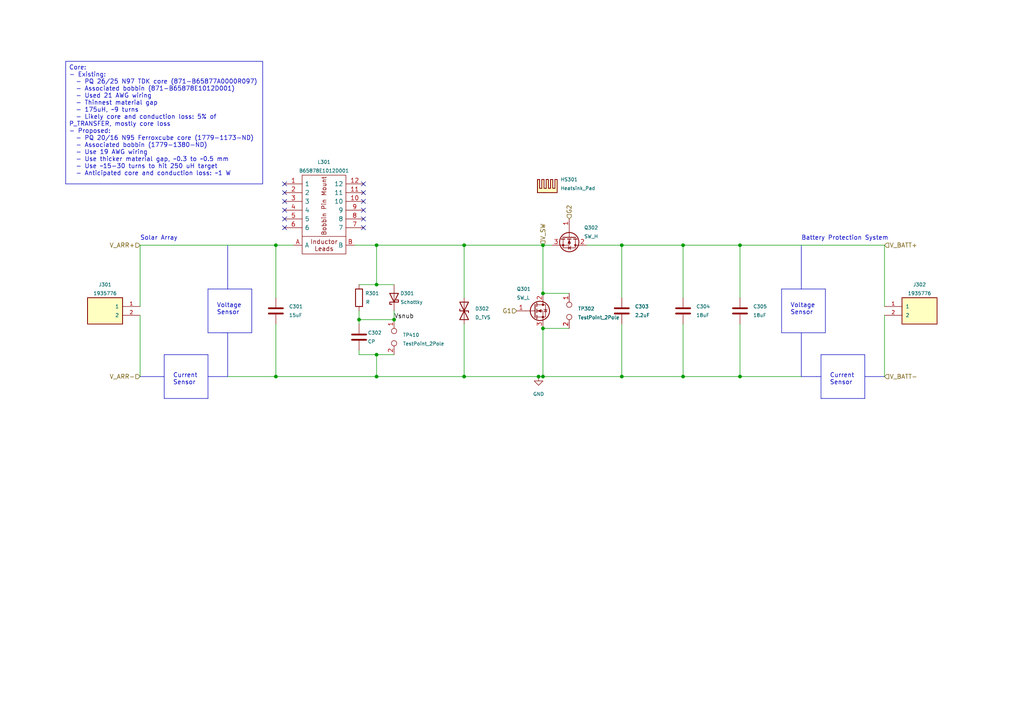
<source format=kicad_sch>
(kicad_sch (version 20230121) (generator eeschema)
  (paper "A4")
  (title_block (title "Sunscatter MPPT") (date "2023-04-18") (rev "v0.1.1rc") (company "UT LHR Solar") (comment 1 "Matthew Yu") (comment 2 "Jacob Pustilnik"))
  (lib_symbols
    (symbol "1935776:1935776" (pin_names (offset 1.016))
      (property "Reference" "J" (at 16.51 7.62 0))
      (property "Value" "1935776" (at 16.51 5.08 0))
      (symbol "1935776_0_0"
        (rectangle (start 5.08 -5.08) (end 15.24 2.54) (stroke (width 0.254)) (fill (type background)))
        (pin bidirectional line (at 0 0 0) (length 5.08) (name "1") (number "1"))
        (pin bidirectional line (at 0 -2.54 0) (length 5.08) (name "2") (number "2"))
      )
    )
    (symbol "B65878E1012D001:B65878E1012D001" (pin_names (offset 0.762))
      (property "Reference" "L" (at 19.05 7.62 0))
      (property "Value" "B65878E1012D001" (at 19.05 5.08 0))
      (symbol "B65878E1012D001_0_0"
        (pin passive line (at 0 0 0) (length 5.08) (name "1") (number "1"))
        (pin passive line (at 22.86 -5.08 180) (length 5.08) (name "10") (number "10"))
        (pin passive line (at 22.86 -2.54 180) (length 5.08) (name "11") (number "11"))
        (pin passive line (at 22.86 0 180) (length 5.08) (name "12") (number "12"))
        (pin passive line (at 0 -2.54 0) (length 5.08) (name "2") (number "2"))
        (pin passive line (at 0 -5.08 0) (length 5.08) (name "3") (number "3"))
        (pin passive line (at 0 -7.62 0) (length 5.08) (name "4") (number "4"))
        (pin passive line (at 0 -10.16 0) (length 5.08) (name "5") (number "5"))
        (pin passive line (at 0 -12.7 0) (length 5.08) (name "6") (number "6"))
        (pin passive line (at 22.86 -12.7 180) (length 5.08) (name "7") (number "7"))
        (pin passive line (at 22.86 -10.16 180) (length 5.08) (name "8") (number "8"))
        (pin passive line (at 22.86 -7.62 180) (length 5.08) (name "9") (number "9"))
      )
      (symbol "B65878E1012D001_0_1"
        (polyline (pts (xy 5.08 -15.24) (xy 17.78 -15.24)))
        (polyline (pts (xy 5.08 2.54) (xy 17.78 2.54) (xy 17.78 -20.32) (xy 5.08 -20.32) (xy 5.08 2.54)) (stroke (width 0.1524)))
        (text "Bobbin Pin Mount" (at 11.43 -6.35 900) (effects (font (size 1.27 1.27))))
        (text "Inductor\nLeads" (at 11.43 -17.78 0) (effects (font (size 1.27 1.27))))
      )
      (symbol "B65878E1012D001_1_1"
        (pin input line (at 2.54 -17.78 0) (length 2.54) (name "A") (number "A"))
        (pin input line (at 20.32 -17.78 180) (length 2.54) (name "B") (number "B"))
      )
    )
    (symbol "Connector:TestPoint_2Pole" (pin_names (offset 0.762) hide)
      (property "Reference" "TP" (at 0 1.524 0))
      (property "Value" "TestPoint_2Pole" (at 0 -1.778 0))
      (symbol "TestPoint_2Pole_0_1"
        (circle (center -1.778 0) (radius 0.762))
        (circle (center 1.778 0) (radius 0.762))
        (pin passive line (at -5.08 0 0) (length 2.54) (name "1") (number "1"))
        (pin passive line (at 5.08 0 180) (length 2.54) (name "2") (number "2"))
      )
    )
    (symbol "Device:C" (pin_numbers hide) (pin_names (offset 0.254))
      (property "Reference" "C" (at 0.635 2.54 0))
      (property "Value" "C" (at 0.635 -2.54 0))
      (symbol "C_0_1"
        (polyline (pts (xy -2.032 -0.762) (xy 2.032 -0.762)) (stroke (width 0.508)))
        (polyline (pts (xy -2.032 0.762) (xy 2.032 0.762)) (stroke (width 0.508)))
      )
      (symbol "C_1_1"
        (pin passive line (at 0 3.81 270) (length 2.794) (name "~") (number "1"))
        (pin passive line (at 0 -3.81 90) (length 2.794) (name "~") (number "2"))
      )
    )
    (symbol "Device:D_Schottky" (pin_numbers hide) (pin_names (offset 1.016) hide)
      (property "Reference" "D" (at 0 2.54 0))
      (property "Value" "D_Schottky" (at 0 -2.54 0))
      (symbol "D_Schottky_0_1"
        (polyline (pts (xy 1.27 0) (xy -1.27 0)))
        (polyline (pts (xy 1.27 1.27) (xy 1.27 -1.27) (xy -1.27 0) (xy 1.27 1.27)) (stroke (width 0.254)))
        (polyline (pts (xy -1.905 0.635) (xy -1.905 1.27) (xy -1.27 1.27) (xy -1.27 -1.27) (xy -0.635 -1.27) (xy -0.635 -0.635)) (stroke (width 0.254)))
      )
      (symbol "D_Schottky_1_1"
        (pin passive line (at -3.81 0 0) (length 2.54) (name "K") (number "1"))
        (pin passive line (at 3.81 0 180) (length 2.54) (name "A") (number "2"))
      )
    )
    (symbol "Device:D_TVS" (pin_numbers hide) (pin_names (offset 1.016) hide)
      (property "Reference" "D" (at 0 2.54 0))
      (property "Value" "D_TVS" (at 0 -2.54 0))
      (symbol "D_TVS_0_1"
        (polyline (pts (xy 1.27 0) (xy -1.27 0)))
        (polyline (pts (xy 0.508 1.27) (xy 0 1.27) (xy 0 -1.27) (xy -0.508 -1.27)) (stroke (width 0.254)))
        (polyline (pts (xy -2.54 1.27) (xy -2.54 -1.27) (xy 2.54 1.27) (xy 2.54 -1.27) (xy -2.54 1.27)) (stroke (width 0.254)))
      )
      (symbol "D_TVS_1_1"
        (pin passive line (at -3.81 0 0) (length 2.54) (name "A1") (number "1"))
        (pin passive line (at 3.81 0 180) (length 2.54) (name "A2") (number "2"))
      )
    )
    (symbol "Device:Q_NMOS_GDS" (pin_names (offset 0) hide)
      (property "Reference" "Q" (at 5.08 1.27 0))
      (property "Value" "Q_NMOS_GDS" (at 5.08 -1.27 0))
      (symbol "Q_NMOS_GDS_0_1"
        (polyline (pts (xy 0.254 0) (xy -2.54 0)))
        (polyline (pts (xy 0.254 1.905) (xy 0.254 -1.905)) (stroke (width 0.254)))
        (polyline (pts (xy 0.762 -1.27) (xy 0.762 -2.286)) (stroke (width 0.254)))
        (polyline (pts (xy 0.762 0.508) (xy 0.762 -0.508)) (stroke (width 0.254)))
        (polyline (pts (xy 0.762 2.286) (xy 0.762 1.27)) (stroke (width 0.254)))
        (polyline (pts (xy 2.54 2.54) (xy 2.54 1.778)))
        (polyline (pts (xy 2.54 -2.54) (xy 2.54 0) (xy 0.762 0)))
        (polyline (pts (xy 0.762 -1.778) (xy 3.302 -1.778) (xy 3.302 1.778) (xy 0.762 1.778)))
        (polyline (pts (xy 1.016 0) (xy 2.032 0.381) (xy 2.032 -0.381) (xy 1.016 0)) (fill (type outline)))
        (polyline (pts (xy 2.794 0.508) (xy 2.921 0.381) (xy 3.683 0.381) (xy 3.81 0.254)))
        (polyline (pts (xy 3.302 0.381) (xy 2.921 -0.254) (xy 3.683 -0.254) (xy 3.302 0.381)))
        (circle (center 1.651 0) (radius 2.794) (stroke (width 0.254)))
        (circle (center 2.54 -1.778) (radius 0.254) (fill (type outline)))
        (circle (center 2.54 1.778) (radius 0.254) (fill (type outline)))
      )
      (symbol "Q_NMOS_GDS_1_1"
        (pin input line (at -5.08 0 0) (length 2.54) (name "G") (number "1"))
        (pin passive line (at 2.54 5.08 270) (length 2.54) (name "D") (number "2"))
        (pin passive line (at 2.54 -5.08 90) (length 2.54) (name "S") (number "3"))
      )
    )
    (symbol "Device:R" (pin_numbers hide) (pin_names (offset 0))
      (property "Reference" "R" (at 2.032 0 90))
      (property "Value" "R" (at 0 0 90))
      (symbol "R_0_1"
        (rectangle (start -1.016 -2.54) (end 1.016 2.54) (stroke (width 0.254)))
      )
      (symbol "R_1_1"
        (pin passive line (at 0 3.81 270) (length 1.27) (name "~") (number "1"))
        (pin passive line (at 0 -3.81 90) (length 1.27) (name "~") (number "2"))
      )
    )
    (symbol "Mechanical:Heatsink" (pin_names (offset 1.016))
      (property "Reference" "HS" (at 0 5.08 0))
      (property "Value" "Heatsink" (at 0 -1.27 0))
      (symbol "Heatsink_0_1"
        (polyline (pts (xy -0.3302 1.27) (xy -0.9652 1.27) (xy -0.9652 3.81) (xy -1.6002 3.81) (xy -1.6002 1.27) (xy -2.2352 1.27) (xy -2.2352 3.81) (xy -2.8702 3.81) (xy -2.8702 0) (xy -0.9652 0)) (stroke (width 0.254)) (fill (type background)))
        (polyline (pts (xy -0.3302 1.27) (xy -0.3302 3.81) (xy 0.3048 3.81) (xy 0.3048 1.27) (xy 0.9398 1.27) (xy 0.9398 3.81) (xy 1.5748 3.81) (xy 1.5748 1.27) (xy 2.2098 1.27) (xy 2.2098 3.81) (xy 2.8448 3.81) (xy 2.8448 0) (xy -0.9652 0)) (stroke (width 0.254)) (fill (type background)))
      )
    )
    (symbol "power:GND" (power) (pin_names (offset 0))
      (property "Value" "GND" (at 0 -3.81 0))
      (symbol "GND_0_1"
        (polyline (pts (xy 0 0) (xy 0 -1.27) (xy 1.27 -1.27) (xy 0 -2.54) (xy -1.27 -1.27) (xy 0 -1.27)))
      )
      (symbol "GND_1_1"
        (pin power_in line (at 0 0 270) (length 0) hide (name "GND") (number "1"))
      )
    )
  )
  (junction (at 109.22 102.87))
  (junction (at 214.63 71.12))
  (junction (at 157.48 71.12))
  (junction (at 109.22 71.12))
  (junction (at 114.3 92.71))
  (junction (at 214.63 109.22))
  (junction (at 109.22 82.55))
  (junction (at 109.22 109.22))
  (junction (at 80.01 109.22))
  (junction (at 134.62 109.22))
  (junction (at 104.14 92.71))
  (junction (at 134.62 71.12))
  (junction (at 198.12 71.12))
  (junction (at 157.48 85.09))
  (junction (at 180.34 71.12))
  (junction (at 80.01 71.12))
  (junction (at 180.34 109.22))
  (junction (at 198.12 109.22))
  (junction (at 156.21 109.22))
  (junction (at 157.48 95.25))
  (junction (at 157.48 109.22))
  (no_connect (at 82.55 63.5))
  (no_connect (at 105.41 63.5))
  (no_connect (at 82.55 60.96))
  (no_connect (at 105.41 53.34))
  (no_connect (at 105.41 58.42))
  (no_connect (at 82.55 53.34))
  (no_connect (at 82.55 58.42))
  (no_connect (at 105.41 66.04))
  (no_connect (at 82.55 55.88))
  (no_connect (at 105.41 60.96))
  (no_connect (at 105.41 55.88))
  (no_connect (at 82.55 66.04))
  (wire (pts (xy 134.62 93.98) (xy 134.62 109.22)))
  (wire (pts (xy 134.62 71.12) (xy 157.48 71.12)))
  (polyline (pts (xy 66.04 71.12) (xy 66.04 83.82)))
  (wire (pts (xy 134.62 71.12) (xy 134.62 86.36)))
  (polyline (pts (xy 60.325 83.82) (xy 73.025 83.82)))
  (polyline (pts (xy 232.41 109.22) (xy 236.855 109.22)))
  (wire (pts (xy 104.14 92.71) (xy 104.14 93.98)))
  (wire (pts (xy 157.48 85.09) (xy 165.1 85.09)))
  (wire (pts (xy 40.64 91.44) (xy 40.64 109.22)))
  (polyline (pts (xy 250.825 115.57) (xy 238.125 115.57)))
  (polyline (pts (xy 60.325 102.87) (xy 60.325 115.57)))
  (wire (pts (xy 157.48 95.25) (xy 157.48 109.22)))
  (polyline (pts (xy 66.04 96.52) (xy 64.135 96.52)))
  (wire (pts (xy 180.34 71.12) (xy 198.12 71.12)))
  (wire (pts (xy 214.63 93.98) (xy 214.63 109.22)))
  (wire (pts (xy 198.12 93.98) (xy 198.12 109.22)))
  (polyline (pts (xy 236.855 109.22) (xy 238.125 109.22)))
  (polyline (pts (xy 238.125 102.87) (xy 250.825 102.87)))
  (wire (pts (xy 80.01 86.36) (xy 80.01 71.12)))
  (wire (pts (xy 214.63 71.12) (xy 214.63 86.36)))
  (wire (pts (xy 104.14 102.87) (xy 104.14 101.6)))
  (wire (pts (xy 214.63 71.12) (xy 256.54 71.12)))
  (polyline (pts (xy 232.41 96.52) (xy 232.41 109.22)))
  (wire (pts (xy 109.22 71.12) (xy 109.22 82.55)))
  (polyline (pts (xy 47.625 102.87) (xy 60.325 102.87)))
  (wire (pts (xy 198.12 71.12) (xy 214.63 71.12)))
  (wire (pts (xy 109.22 71.12) (xy 134.62 71.12)))
  (wire (pts (xy 156.21 109.22) (xy 157.48 109.22)))
  (wire (pts (xy 180.34 109.22) (xy 198.12 109.22)))
  (wire (pts (xy 102.87 71.12) (xy 109.22 71.12)))
  (wire (pts (xy 109.22 102.87) (xy 114.3 102.87)))
  (polyline (pts (xy 60.325 109.22) (xy 66.04 109.22)))
  (wire (pts (xy 80.01 71.12) (xy 85.09 71.12)))
  (wire (pts (xy 134.62 109.22) (xy 156.21 109.22)))
  (polyline (pts (xy 238.125 102.87) (xy 238.125 115.57)))
  (wire (pts (xy 214.63 109.22) (xy 232.41 109.22)))
  (wire (pts (xy 80.01 109.22) (xy 80.01 93.98)))
  (wire (pts (xy 104.14 90.17) (xy 104.14 92.71)))
  (wire (pts (xy 40.64 71.12) (xy 80.01 71.12)))
  (wire (pts (xy 157.48 109.22) (xy 180.34 109.22)))
  (wire (pts (xy 80.01 109.22) (xy 109.22 109.22)))
  (wire (pts (xy 104.14 82.55) (xy 109.22 82.55)))
  (polyline (pts (xy 73.025 83.82) (xy 73.025 96.52)))
  (wire (pts (xy 198.12 71.12) (xy 198.12 86.36)))
  (polyline (pts (xy 40.64 109.22) (xy 47.625 109.22)))
  (polyline (pts (xy 239.395 83.82) (xy 239.395 96.52)))
  (polyline (pts (xy 60.325 83.82) (xy 60.325 96.52)))
  (wire (pts (xy 180.34 93.98) (xy 180.34 109.22)))
  (wire (pts (xy 109.22 82.55) (xy 114.3 82.55)))
  (polyline (pts (xy 250.825 102.87) (xy 250.825 115.57)))
  (wire (pts (xy 256.54 91.44) (xy 256.54 109.22)))
  (polyline (pts (xy 60.325 115.57) (xy 47.625 115.57)))
  (wire (pts (xy 157.48 95.25) (xy 165.1 95.25)))
  (polyline (pts (xy 47.625 102.87) (xy 47.625 115.57)))
  (wire (pts (xy 66.04 109.22) (xy 80.01 109.22)))
  (polyline (pts (xy 250.825 109.22) (xy 256.54 109.22)))
  (wire (pts (xy 104.14 102.87) (xy 109.22 102.87)))
  (wire (pts (xy 109.22 102.87) (xy 109.22 109.22)))
  (wire (pts (xy 180.34 71.12) (xy 180.34 86.36)))
  (polyline (pts (xy 226.695 83.82) (xy 226.695 96.52)))
  (wire (pts (xy 198.12 109.22) (xy 214.63 109.22)))
  (polyline (pts (xy 73.025 96.52) (xy 60.325 96.52)))
  (wire (pts (xy 109.22 109.22) (xy 134.62 109.22)))
  (polyline (pts (xy 66.04 96.52) (xy 66.04 109.22)))
  (wire (pts (xy 114.3 92.71) (xy 104.14 92.71)))
  (wire (pts (xy 170.18 71.12) (xy 180.34 71.12)))
  (polyline (pts (xy 226.695 83.82) (xy 239.395 83.82)))
  (wire (pts (xy 40.64 88.9) (xy 40.64 71.12)))
  (wire (pts (xy 157.48 71.12) (xy 157.48 85.09)))
  (wire (pts (xy 114.3 90.17) (xy 114.3 92.71)))
  (wire (pts (xy 160.02 71.12) (xy 157.48 71.12)))
  (polyline (pts (xy 232.41 71.12) (xy 232.41 83.82)))
  (polyline (pts (xy 239.395 96.52) (xy 226.695 96.52)))
  (wire (pts (xy 256.54 71.12) (xy 256.54 88.9)))
  (text_box "Core:\n- Existing: \n  - PQ 26/25 N97 TDK core (871-B65877A0000R097)\n  - Associated bobbin (871-B65878E1012D001)\n  - Used 21 AWG wiring\n  - Thinnest material gap\n  - 175uH, ~9 turns\n  - Likely core and conduction loss: 5% of P_TRANSFER, mostly core loss\n- Proposed:\n  - PQ 20/16 N95 Ferroxcube core (1779-1173-ND)\n  - Associated bobbin (1779-1380-ND)\n  - Use 19 AWG wiring\n  - Use thicker material gap, ~0.3 to ~0.5 mm\n  - Use ~15-30 turns to hit 250 uH target\n  - Anticipated core and conduction loss: ~1 W" (at 19.05 17.78 0) (size 57.15 35.56) (effects (font (size 1.27 1.27)) (justify left top)))
  (text "Battery Protection System\n" (at 232.41 69.85 0) (effects (font (size 1.27 1.27)) (justify left bottom)))
  (text "Voltage\nSensor" (at 62.865 91.44 0) (effects (font (size 1.27 1.27)) (justify left bottom)))
  (text "Current\nSensor" (at 240.665 111.76 0) (effects (font (size 1.27 1.27)) (justify left bottom)))
  (text "Solar Array" (at 40.64 69.85 0) (effects (font (size 1.27 1.27)) (justify left bottom)))
  (text "Voltage\nSensor" (at 229.235 91.44 0) (effects (font (size 1.27 1.27)) (justify left bottom)))
  (text "Current\nSensor" (at 50.165 111.76 0) (effects (font (size 1.27 1.27)) (justify left bottom)))
  (label "Vsnub" (at 114.3 92.71 0))
  (hierarchical_label "V_ARR+" (shape input) (at 40.64 71.12 180))
  (hierarchical_label "V_SW" (shape input) (at 157.48 71.12 90))
  (hierarchical_label "V_BATT+" (shape input) (at 256.54 71.12 0))
  (hierarchical_label "G2" (shape input) (at 165.1 63.5 90))
  (hierarchical_label "G1" (shape input) (at 149.86 90.17 180))
  (hierarchical_label "V_BATT-" (shape input) (at 256.54 109.22 0))
  (hierarchical_label "V_ARR-" (shape input) (at 40.64 109.22 180))
  (symbol (lib_id "1935776:1935776") (at 40.64 88.9 0) (mirror y) (unit 1)
    (property "Reference" "J301" (at 30.48 82.55 0) (effects (font (size 1 1))))
    (property "Value" "1935776" (at 30.48 85.09 0) (effects (font (size 1 1))))
    (property "Footprint" "footprints:1935776" (effects hide))
    (property "Datasheet" "https://www.phoenixcontact.com/us/products/1935776/pdf" (effects hide))
    (property "Distributor" "Mouser" (effects hide))
    (property "Manufacturer" "Phoenix Contact" (effects hide))
    (property "P/N" "651-1935776" (effects hide))
    (property "Cost" "0.59" (effects hide))
  )
  (symbol (lib_id "Device:Q_NMOS_GDS") (at 154.94 90.17 0) (unit 1)
    (property "Reference" "Q301" (at 149.86 83.82 0) (effects (font (size 1 1)) (justify left)))
    (property "Value" "SW_L" (at 149.86 86.36 0) (effects (font (size 1 1)) (justify left)))
    (property "Footprint" "footprints:EPC2307" (effects hide))
    (property "Datasheet" "https://epc-co.com/epc/Portals/0/epc/documents/datasheets/EPC2307_datasheet.pdf" (effects hide))
    (property "Distributor" "Digikey" (effects hide))
    (property "Manufacturer" "EPC" (effects hide))
    (property "P/N" "917-EPC2307ENGRTTR-ND" (effects hide))
    (property "Cost" "6.25" (effects hide))
  )
  (symbol (lib_id "1935776:1935776") (at 256.54 88.9 0) (unit 1)
    (property "Reference" "J302" (at 266.7 82.55 0) (effects (font (size 1 1))))
    (property "Value" "1935776" (at 266.7 85.09 0) (effects (font (size 1 1))))
    (property "Footprint" "footprints:1935776" (effects hide))
    (property "Datasheet" "https://www.phoenixcontact.com/us/products/1935776/pdf" (effects hide))
    (property "Distributor" "Mouser" (effects hide))
    (property "Manufacturer" "Phoenix Contact" (effects hide))
    (property "P/N" "651-1935776" (effects hide))
    (property "Cost" "0.59" (effects hide))
  )
  (symbol (lib_id "Device:D_TVS") (at 134.62 90.17 90) (unit 1)
    (property "Reference" "D302" (at 137.795 89.535 90) (effects (font (size 1 1)) (justify right)))
    (property "Value" "D_TVS" (at 137.795 92.075 90) (effects (font (size 1 1)) (justify right)))
    (property "Footprint" "Diode_SMD:D_SMC" (effects hide))
    (property "Datasheet" "https://www.mouser.com/datasheet/2/80/ATV50C_G_Series_RevC-1893503.pdf" (effects hide))
    (property "Distributor" "Mouser" (effects hide))
    (property "Manufacturer" "Comchip Technology" (effects hide))
    (property "P/N" "750-ATV50C141JB-HF" (effects hide))
    (property "Cost" "2.35" (effects hide))
  )
  (symbol (lib_id "Device:D_Schottky") (at 114.3 86.36 90) (unit 1)
    (property "Reference" "D301" (at 118.11 85.09 90) (effects (font (size 1 1))))
    (property "Value" "Schottky" (at 119.38 87.63 90) (effects (font (size 1 1))))
    (property "Footprint" "TestPoint:TestPoint_2Pads_Pitch2.54mm_Drill0.8mm" (effects hide))
    (instances (project "mppt" (path "" (reference "D301") (unit 1))) (project "MPPT" (path "" (reference "D402") (unit 1))))
  )
  (symbol (lib_id "Device:C") (at 180.34 90.17 0) (unit 1)
    (property "Reference" "C303" (at 184.15 88.8999 0) (effects (font (size 1 1)) (justify left)))
    (property "Value" "2.2uF" (at 184.15 91.4399 0) (effects (font (size 1 1)) (justify left)))
    (property "Footprint" "Capacitor_SMD:C_2220_5650Metric" (effects hide))
    (property "Datasheet" "https://product.tdk.com/en/search/capacitor/ceramic/mlcc/info?part_no=CGA9P3X7T2E225M250KA&utm_source=mlcc_automotive_midvoltage_en.pdf&utm_medium=catalog" (effects hide))
    (property "Distributor" "Mouser" (effects hide))
    (property "Manufacturer" "TDK" (effects hide))
    (property "P/N" "810-CGA9P3X7T2E225MA" (effects hide))
    (property "Cost" "3.26" (effects hide))
  )
  (symbol (lib_id "Device:Q_NMOS_GDS") (at 165.1 68.58 270) (unit 1)
    (property "Reference" "Q302" (at 171.45 66.04 90) (effects (font (size 1 1))))
    (property "Value" "SW_H" (at 171.45 68.58 90) (effects (font (size 1 1))))
    (property "Footprint" "footprints:EPC2307" (effects hide))
    (property "Datasheet" "https://epc-co.com/epc/Portals/0/epc/documents/datasheets/EPC2307_datasheet.pdf" (effects hide))
    (property "Distributor" "Digikey" (effects hide))
    (property "Manufacturer" "EPC" (effects hide))
    (property "P/N" "917-EPC2307ENGRTTR-ND" (effects hide))
    (property "Cost" "6.25" (effects hide))
  )
  (symbol (lib_id "Connector:TestPoint_2Pole") (at 114.3 97.79 270) (unit 1)
    (property "Reference" "TP410" (at 116.84 97.155 90) (effects (font (size 1 1)) (justify left)))
    (property "Value" "TestPoint_2Pole" (at 116.84 99.695 90) (effects (font (size 1 1)) (justify left)))
    (property "Footprint" "footprints:SignalTP" (effects hide))
    (instances (project "mppt" (path "" (reference "TP410") (unit 1)) (path "" (reference "TP301") (unit 1))))
  )
  (symbol (lib_id "Connector:TestPoint_2Pole") (at 165.1 90.17 270) (unit 1)
    (property "Reference" "TP302" (at 167.64 89.535 90) (effects (font (size 1 1)) (justify left)))
    (property "Value" "TestPoint_2Pole" (at 167.64 92.075 90) (effects (font (size 1 1)) (justify left)))
    (property "Footprint" "footprints:SignalTP" (effects hide))
  )
  (symbol (lib_id "Device:C") (at 104.14 97.79 0) (unit 1)
    (property "Reference" "C302" (at 106.68 96.52 0) (effects (font (size 1 1)) (justify left)))
    (property "Value" "CP" (at 106.68 99.06 0) (effects (font (size 1 1)) (justify left)))
    (property "Footprint" "TestPoint:TestPoint_2Pads_Pitch2.54mm_Drill0.8mm" (effects hide))
    (instances (project "mppt" (path "" (reference "C302") (unit 1))) (project "MPPT" (path "" (reference "C401") (unit 1))))
  )
  (symbol (lib_id "Device:C") (at 80.01 90.17 0) (unit 1)
    (property "Reference" "C301" (at 83.82 88.8999 0) (effects (font (size 1 1)) (justify left)))
    (property "Value" "15uF" (at 83.82 91.4399 0) (effects (font (size 1 1)) (justify left)))
    (property "Footprint" "Capacitor_THT:C_Radial_D8.0mm_H11.5mm_P3.50mm" (effects hide))
    (property "Datasheet" "https://www.mouser.com/datasheet/2/212/KEM_A4072_A759-1104329.pdf" (effects hide))
    (property "Distributor" "Mouser" (effects hide))
    (property "Manufacturer" "KEMET" (effects hide))
    (property "P/N" "80-A759KS156M2AAAE52" (effects hide))
    (property "Cost" "1.71" (effects hide))
  )
  (symbol (lib_id "Mechanical:Heatsink") (at 158.75 55.88 0) (unit 1)
    (property "Reference" "HS301" (at 162.56 52.07 0) (effects (font (size 1 1)) (justify left)))
    (property "Value" "Heatsink_Pad" (at 162.56 54.61 0) (effects (font (size 1 1)) (justify left)))
    (property "Footprint" "footprints:WayinTop_HS" (effects hide))
    (property "Datasheet" "https://www.amazon.com/WayinTop-Insulator-Transistor-Rubberized-20mmx15mmx10mm/dp/B081GRZB6S/ref=sr_1_9?crid=3K4XZDX7ARJKX&keywords=wayin+heat+sink&qid=1678075458&sprefix=wayin+heat+sink%2Caps%2C132&sr=8-9" (effects hide))
    (property "Distributor" "Amazon" (effects hide))
    (property "Manufacturer" "WayInTop" (effects hide))
    (property "P/N" "N/A" (effects hide))
  )
  (symbol (lib_id "Device:R") (at 104.14 86.36 0) (unit 1)
    (property "Reference" "R301" (at 107.95 85.09 0) (effects (font (size 1 1))))
    (property "Value" "R" (at 106.68 87.63 0) (effects (font (size 1 1))))
    (property "Footprint" "TestPoint:TestPoint_2Pads_Pitch2.54mm_Drill0.8mm" (effects hide))
    (instances (project "mppt" (path "" (reference "R301") (unit 1))) (project "MPPT" (path "" (reference "R403") (unit 1))))
  )
  (symbol (lib_id "power:GND") (at 156.21 109.22 0) (unit 1)
    (property "Reference" "#PWR0301" (effects hide))
    (property "Value" "GND" (at 156.21 114.3 0) (effects (font (size 1 1))))
  )
  (symbol (lib_id "Device:C") (at 198.12 90.17 0) (unit 1)
    (property "Reference" "C304" (at 201.93 88.8999 0) (effects (font (size 1 1)) (justify left)))
    (property "Value" "18uF" (at 201.93 91.4399 0) (effects (font (size 1 1)) (justify left)))
    (property "Footprint" "Capacitor_THT:C_Radial_D10.0mm_H16.0mm_P5.00mm" (effects hide))
    (property "Datasheet" "https://www.mouser.com/datasheet/2/212/KEM_A4072_A759-1104329.pdf" (effects hide))
    (property "Distributor" "Mouser" (effects hide))
    (property "Manufacturer" "KEMET" (effects hide))
    (property "P/N" "80-A759MS186M2CAAE90" (effects hide))
    (property "Cost" "2.58" (effects hide))
  )
  (symbol (lib_id "Device:C") (at 214.63 90.17 0) (unit 1)
    (property "Reference" "C305" (at 218.44 88.8999 0) (effects (font (size 1 1)) (justify left)))
    (property "Value" "18uF" (at 218.44 91.4399 0) (effects (font (size 1 1)) (justify left)))
    (property "Footprint" "Capacitor_THT:C_Radial_D10.0mm_H16.0mm_P5.00mm" (effects hide))
    (property "Datasheet" "https://www.mouser.com/datasheet/2/212/KEM_A4072_A759-1104329.pdf" (effects hide))
    (property "Distributor" "Mouser" (effects hide))
    (property "Manufacturer" "KEMET" (effects hide))
    (property "P/N" "80-A759MS186M2CAAE90" (effects hide))
    (property "Cost" "2.58" (effects hide))
  )
  (symbol (lib_id "B65878E1012D001:B65878E1012D001") (at 82.55 53.34 0) (unit 1)
    (property "Reference" "L301" (at 93.98 46.99 0) (effects (font (size 1 1))))
    (property "Value" "B65878E1012D001" (at 93.98 49.53 0) (effects (font (size 1 1))))
    (property "Footprint" "footprints:B65878E1012D001" (effects hide))
    (property "Datasheet" "https://product.tdk.com/system/files/dam/doc/product/ferrite/ferrite/ferrite-acc/data_sheet/80/db/fer/b65877a.pdf?ref_disty=mouser" (effects hide))
    (property "Distributor" "Mouser" (effects hide))
    (property "Manufacturer" "EPCOS/TDK" (effects hide))
    (property "P/N" "871-B65877A0000R097 / 871-B65878E1012D001" (effects hide))
    (property "Cost" "9.04" (effects hide))
  )
)
</source>
